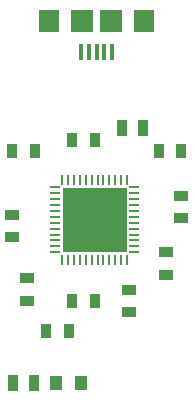
<source format=gtp>
G04*
G04 #@! TF.GenerationSoftware,Altium Limited,Altium Designer,20.0.9 (164)*
G04*
G04 Layer_Color=8421504*
%FSLAX25Y25*%
%MOIN*%
G70*
G01*
G75*
%ADD15R,0.05118X0.03543*%
%ADD16R,0.03543X0.05118*%
%ADD17R,0.21535X0.21535*%
%ADD18O,0.03543X0.00984*%
%ADD19O,0.00984X0.03543*%
%ADD20R,0.03740X0.05354*%
%ADD21R,0.04331X0.04724*%
%ADD22R,0.01575X0.05315*%
%ADD23R,0.07087X0.07480*%
%ADD24R,0.07480X0.07480*%
D15*
X181250Y246260D02*
D03*
Y253740D02*
D03*
X176250Y234990D02*
D03*
Y227510D02*
D03*
X125000Y240010D02*
D03*
Y247490D02*
D03*
X130000Y226240D02*
D03*
Y218760D02*
D03*
X163750Y222490D02*
D03*
Y215010D02*
D03*
D16*
X152490Y272500D02*
D03*
X145010D02*
D03*
X152490Y218750D02*
D03*
X145010D02*
D03*
X125010Y268750D02*
D03*
X132490D02*
D03*
X173760D02*
D03*
X181240D02*
D03*
X136260Y208750D02*
D03*
X143740D02*
D03*
D17*
X152421Y245787D02*
D03*
D18*
X165709Y256614D02*
D03*
Y254646D02*
D03*
Y252677D02*
D03*
Y250709D02*
D03*
Y248740D02*
D03*
Y246772D02*
D03*
Y244803D02*
D03*
Y242835D02*
D03*
Y240866D02*
D03*
Y238898D02*
D03*
Y236929D02*
D03*
Y234961D02*
D03*
X139134D02*
D03*
Y236929D02*
D03*
Y238898D02*
D03*
Y240866D02*
D03*
Y242835D02*
D03*
Y244803D02*
D03*
Y246772D02*
D03*
Y248740D02*
D03*
Y250709D02*
D03*
Y252677D02*
D03*
Y254646D02*
D03*
Y256614D02*
D03*
D19*
X163248Y232500D02*
D03*
X161279D02*
D03*
X159311D02*
D03*
X157343D02*
D03*
X155374D02*
D03*
X153405D02*
D03*
X151437D02*
D03*
X149469D02*
D03*
X147500D02*
D03*
X145531D02*
D03*
X143563D02*
D03*
X141595D02*
D03*
Y259075D02*
D03*
X143563D02*
D03*
X145531D02*
D03*
X147500D02*
D03*
X149469D02*
D03*
X151437D02*
D03*
X153405D02*
D03*
X155374D02*
D03*
X157343D02*
D03*
X159311D02*
D03*
X161279D02*
D03*
X163248D02*
D03*
D20*
X168445Y276250D02*
D03*
X161555D02*
D03*
X125305Y191250D02*
D03*
X132195D02*
D03*
D21*
X139616D02*
D03*
X147884D02*
D03*
D22*
X150522Y301614D02*
D03*
X153081D02*
D03*
X155640D02*
D03*
X147963D02*
D03*
X158199D02*
D03*
D23*
X137333Y312146D02*
D03*
X168829D02*
D03*
D24*
X148356D02*
D03*
X157805D02*
D03*
M02*

</source>
